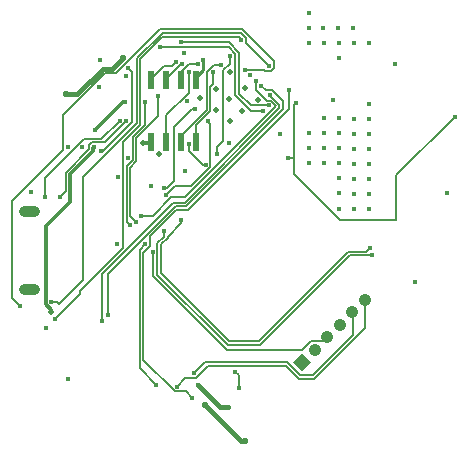
<source format=gbr>
G04 EAGLE Gerber RS-274X export*
G75*
%MOMM*%
%FSLAX34Y34*%
%LPD*%
%INBottom Copper*%
%IPPOS*%
%AMOC8*
5,1,8,0,0,1.08239X$1,22.5*%
G01*
%ADD10R,0.600000X1.600000*%
%ADD11C,0.900000*%
%ADD12R,1.050000X1.050000*%
%ADD13C,1.050000*%
%ADD14C,0.403200*%
%ADD15C,0.503200*%
%ADD16C,0.304800*%
%ADD17C,0.152400*%
%ADD18C,0.553200*%
%ADD19C,0.406400*%
%ADD20C,0.254000*%
%ADD21C,0.453200*%


D10*
X165354Y72425D03*
X152654Y72425D03*
X139954Y72425D03*
X127254Y72425D03*
X127254Y124425D03*
X139954Y124425D03*
X152654Y124425D03*
X165354Y124425D03*
D11*
X28313Y13950D02*
X19313Y13950D01*
X19313Y-52050D02*
X28313Y-52050D01*
D12*
G36*
X255129Y-107063D02*
X262553Y-114487D01*
X255129Y-121911D01*
X247705Y-114487D01*
X255129Y-107063D01*
G37*
D13*
X265735Y-103880D03*
X276342Y-93273D03*
X286948Y-82667D03*
X308162Y-61454D03*
X297555Y-72060D03*
D14*
X106299Y128270D03*
D15*
X193675Y130937D03*
X218059Y107696D03*
X193675Y89662D03*
X169037Y109093D03*
X181864Y116840D03*
X206502Y117602D03*
X204470Y98044D03*
X181864Y99187D03*
X193548Y108331D03*
X133604Y61976D03*
D14*
X99060Y42037D03*
X56642Y67564D03*
X286004Y15748D03*
X298704Y15748D03*
X260604Y156210D03*
X311404Y104648D03*
X286004Y156210D03*
X286004Y92710D03*
X286004Y80010D03*
X311404Y79248D03*
X286004Y67310D03*
X286004Y143510D03*
X286004Y41910D03*
X286004Y54610D03*
X260604Y168910D03*
X260604Y181610D03*
X25400Y29464D03*
X311404Y15748D03*
X311404Y41148D03*
X311404Y53848D03*
X311404Y66548D03*
X311404Y91948D03*
X285750Y168910D03*
X311404Y156210D03*
X260604Y54610D03*
X260604Y67310D03*
X311404Y28448D03*
X286004Y29210D03*
X273304Y156210D03*
X273050Y168910D03*
X298704Y156210D03*
X298450Y168910D03*
X298704Y79248D03*
X298704Y41148D03*
X298704Y53848D03*
X298704Y66548D03*
X298704Y91948D03*
X298704Y28448D03*
X273304Y92710D03*
X273304Y80010D03*
X273304Y67310D03*
X273304Y54610D03*
X236347Y79121D03*
X260604Y80010D03*
X83312Y118491D03*
X154940Y147320D03*
D16*
X127254Y72425D02*
X125949Y71120D01*
X120142Y71120D01*
D15*
X120142Y71120D03*
D14*
X280988Y107950D03*
X333375Y138113D03*
X155575Y47625D03*
X98425Y-14288D03*
X57150Y-128588D03*
X157988Y106934D03*
X193383Y71021D03*
X211328Y128524D03*
X83566Y141224D03*
X38100Y-85725D03*
X127000Y34925D03*
X350838Y-46038D03*
X377825Y28575D03*
X249619Y104712D03*
D17*
X248031Y103124D01*
X248031Y58738D01*
X248031Y45219D01*
D14*
X384175Y93663D03*
D17*
X334963Y44450D01*
X334963Y6350D01*
D14*
X242888Y58738D03*
D17*
X248031Y58738D01*
X248031Y45219D02*
X286900Y6350D01*
X334963Y6350D01*
D14*
X183198Y61595D03*
X193792Y144663D03*
D17*
X193792Y138059D01*
X188458Y132725D01*
X188458Y73083D01*
X183198Y67823D01*
X183198Y61595D01*
D14*
X49721Y25543D03*
X106385Y90266D03*
D17*
X77118Y71799D02*
X74747Y69428D01*
X74747Y66074D01*
X87918Y71799D02*
X106385Y90266D01*
X87918Y71799D02*
X77118Y71799D01*
X74747Y66074D02*
X54848Y46175D01*
X54848Y30671D02*
X49721Y25543D01*
X54848Y30671D02*
X54848Y46175D01*
D14*
X159058Y70745D03*
D17*
X159058Y64796D01*
D14*
X173482Y52959D03*
D17*
X170895Y52959D02*
X159058Y64796D01*
X170895Y52959D02*
X173482Y52959D01*
D14*
X152273Y156591D03*
D17*
X211836Y102997D02*
X226822Y102997D01*
X211836Y102997D02*
X201803Y113030D01*
D14*
X226822Y102997D03*
D17*
X201803Y113030D02*
X201803Y147823D01*
X193035Y156591D01*
X152273Y156591D01*
D14*
X227013Y136525D03*
D17*
X115396Y143106D02*
X115396Y87882D01*
X202956Y164719D02*
X207248Y160427D01*
X202956Y164719D02*
X137009Y164719D01*
X115396Y143106D01*
X115396Y87882D02*
X69850Y42336D01*
X207248Y156290D02*
X227013Y136525D01*
X207248Y156290D02*
X207248Y160427D01*
X69850Y-44532D02*
X49253Y-65128D01*
X69850Y-44532D02*
X69850Y42336D01*
X47625Y-63500D02*
X49253Y-65128D01*
X47625Y-63500D02*
X42863Y-63500D01*
D14*
X42863Y-63500D03*
X46038Y-77788D03*
D17*
X67056Y-56769D01*
X67056Y-54405D01*
X103830Y72365D02*
X118190Y86724D01*
X103830Y-17631D02*
X67056Y-54405D01*
X103830Y-17631D02*
X103830Y72365D01*
X118190Y86724D02*
X118190Y141948D01*
X136880Y160639D01*
X201311Y160639D01*
X203200Y158750D01*
D14*
X203200Y158750D03*
X206375Y133350D03*
D17*
X228689Y132477D02*
X231061Y134848D01*
X228689Y132477D02*
X223748Y132477D01*
X231061Y134848D02*
X231061Y140566D01*
X204113Y167513D01*
X206375Y133350D02*
X222875Y133350D01*
X223748Y132477D01*
X15875Y-66675D02*
X9525Y-60325D01*
D14*
X15875Y-66675D03*
D17*
X87985Y130096D02*
X97193Y130096D01*
X134611Y167513D02*
X204113Y167513D01*
X134611Y167513D02*
X97193Y130096D01*
X9525Y22225D02*
X9525Y-60325D01*
X9525Y22225D02*
X52594Y65294D01*
X52594Y94704D01*
X87985Y130096D01*
D14*
X186218Y136902D03*
D17*
X180122Y136902D01*
X174347Y131127D01*
X174347Y99223D01*
X152654Y77530D01*
X152654Y72425D01*
D14*
X153416Y137922D03*
D17*
X139954Y125730D02*
X139954Y124425D01*
X139954Y125730D02*
X152146Y137922D01*
X153416Y137922D01*
D14*
X78795Y67751D03*
D15*
X42863Y-71438D03*
D18*
X173038Y-150813D03*
D19*
X203200Y-180975D01*
X206375Y-180975D01*
D18*
X206375Y-180975D03*
D14*
X104775Y106363D03*
D16*
X103188Y106363D01*
X79375Y82550D01*
D14*
X79375Y82550D03*
D16*
X78303Y67259D02*
X78303Y64601D01*
X78303Y67259D02*
X78795Y67751D01*
X78303Y64601D02*
X58404Y44702D01*
X58404Y21074D01*
X42863Y-70302D02*
X42863Y-71438D01*
X42863Y-70302D02*
X38053Y-65492D01*
X38053Y723D01*
X58404Y21074D01*
D14*
X84582Y64516D03*
X108014Y134366D03*
D17*
X110941Y88843D02*
X86614Y64516D01*
X84582Y64516D01*
D14*
X222311Y98740D03*
X134366Y152400D03*
D17*
X198628Y146793D02*
X198628Y111746D01*
X211634Y98740D02*
X222311Y98740D01*
X211634Y98740D02*
X198628Y111746D01*
X110941Y131438D02*
X108014Y134366D01*
X110941Y131438D02*
X110941Y88843D01*
X193021Y152400D02*
X198628Y146793D01*
X193021Y152400D02*
X134366Y152400D01*
D14*
X37021Y25400D03*
X100584Y90250D03*
D17*
X84927Y74593D01*
X70138Y74593D01*
X37021Y41475D01*
X37021Y25400D01*
D14*
X68834Y67564D03*
X107878Y58492D03*
D18*
X103188Y142875D03*
D19*
X94472Y134160D01*
X86302Y134160D01*
X64855Y112713D02*
X55563Y112713D01*
X64855Y112713D02*
X86302Y134160D01*
D18*
X55563Y112713D03*
D14*
X180047Y131103D03*
D17*
X165354Y86278D02*
X165354Y72425D01*
X180047Y121455D02*
X180047Y131103D01*
X180047Y121455D02*
X177316Y118724D01*
X177316Y98240D01*
X165354Y86278D01*
D14*
X159004Y131445D03*
D17*
X159010Y131439D01*
X159010Y117475D02*
X159010Y113935D01*
X159010Y117475D02*
X159010Y131439D01*
X139954Y94879D02*
X139954Y72425D01*
X139954Y94879D02*
X159010Y113935D01*
D14*
X166648Y137946D03*
D17*
X159355Y137946D01*
X152654Y131245D01*
X152654Y124425D01*
D14*
X148526Y140208D03*
D17*
X144696Y136378D01*
X138033Y136378D01*
X127254Y125599D02*
X127254Y124425D01*
X127254Y125599D02*
X138033Y136378D01*
D20*
X165354Y127000D02*
X165354Y124425D01*
D14*
X171420Y141434D03*
D20*
X171420Y133066D01*
X165354Y127000D01*
D14*
X198438Y-122238D03*
D17*
X201613Y-125413D01*
X201613Y-136525D01*
D14*
X201613Y-136525D03*
D21*
X192088Y-152400D03*
D19*
X185738Y-152400D01*
X166688Y-133350D01*
D21*
X166688Y-133350D03*
D14*
X244094Y115888D03*
D17*
X244094Y100174D01*
D14*
X161925Y-144463D03*
D17*
X158207Y14288D02*
X244094Y100174D01*
X158207Y14288D02*
X148414Y14288D01*
X126286Y-7841D02*
X126286Y-15964D01*
X120650Y-21600D01*
X126286Y-7841D02*
X148414Y14288D01*
X156448Y-138986D02*
X161925Y-144463D01*
X156448Y-138986D02*
X147548Y-138986D01*
X120650Y-112087D02*
X120650Y-21600D01*
X120650Y-112087D02*
X147548Y-138986D01*
D14*
X149225Y-134938D03*
D17*
X165189Y-127873D02*
X175587Y-117475D01*
X156290Y-127873D02*
X149225Y-134938D01*
X156290Y-127873D02*
X165189Y-127873D01*
X175587Y-117475D02*
X241300Y-117475D01*
X252413Y-128588D01*
X265113Y-128588D01*
X308162Y-85538D01*
X308162Y-61454D01*
X308162Y-61454D01*
D14*
X163513Y-123825D03*
D17*
X173038Y-114300D01*
X264336Y-125413D02*
X298062Y-91687D01*
X242076Y-114300D02*
X173038Y-114300D01*
X242076Y-114300D02*
X253189Y-125413D01*
X264336Y-125413D01*
X298062Y-91687D02*
X298062Y-72567D01*
X297555Y-72060D01*
D14*
X122238Y106363D03*
D17*
X122238Y86821D01*
D14*
X109538Y1588D03*
X122238Y-14288D03*
D17*
X117475Y-19050D01*
X117475Y-119063D01*
X131763Y-133350D01*
D14*
X131763Y-133350D03*
D17*
X106624Y51514D02*
X111926Y56816D01*
X111926Y76509D01*
X106624Y4501D02*
X109538Y1588D01*
X111926Y76509D02*
X122238Y86821D01*
X106624Y51514D02*
X106624Y4501D01*
D14*
X228290Y111689D03*
D17*
X228290Y111205D01*
X235788Y103708D01*
X235788Y100850D01*
X155575Y20638D01*
X146050Y20638D01*
X85725Y-39688D01*
X85725Y-79375D01*
D14*
X85725Y-79375D03*
X220348Y119504D03*
D17*
X238582Y99693D02*
X156732Y17844D01*
X148019Y17844D01*
X224115Y115737D02*
X220348Y119504D01*
X224115Y115737D02*
X229967Y115737D01*
X238582Y107122D01*
X238582Y99693D01*
X148019Y17844D02*
X90488Y-39688D01*
X90488Y-74613D01*
D14*
X90488Y-74613D03*
X164836Y100320D03*
D17*
X146558Y84940D02*
X146558Y39307D01*
X161939Y100320D02*
X164836Y100320D01*
X161939Y100320D02*
X146558Y84940D01*
X146558Y39307D02*
X140589Y33338D01*
X138113Y33338D01*
D14*
X138113Y33338D03*
X152400Y6350D03*
D17*
X152400Y3104D01*
X141249Y-8896D02*
X135824Y-14320D01*
X141249Y-8047D02*
X152400Y3104D01*
X141249Y-8047D02*
X141249Y-8896D01*
X135824Y-14320D02*
X135824Y-38987D01*
X193106Y-96268D02*
X218868Y-96268D01*
X294118Y-21019D01*
X193106Y-96268D02*
X135824Y-38987D01*
X294118Y-21019D02*
X309182Y-21019D01*
X312738Y-17463D01*
D14*
X312738Y-17463D03*
X175006Y90170D03*
D17*
X161417Y34925D02*
X147638Y34925D01*
X161417Y34925D02*
X177530Y51038D01*
X177530Y87646D02*
X175006Y90170D01*
X177530Y87646D02*
X177530Y51038D01*
X147638Y34925D02*
X139700Y26988D01*
D14*
X139700Y26988D03*
X138113Y-3175D03*
D17*
X138113Y-7938D01*
X192088Y-100013D02*
X219075Y-100013D01*
X295275Y-23813D02*
X314325Y-23813D01*
X138113Y-7938D02*
X132636Y-13415D01*
X219075Y-100013D02*
X295275Y-23813D01*
D14*
X314325Y-23813D03*
D17*
X192088Y-100013D02*
X132636Y-40561D01*
X132636Y-13415D01*
D14*
X216027Y123698D03*
D17*
X216027Y116160D01*
X228499Y107045D02*
X232994Y102550D01*
X228499Y107045D02*
X225142Y107045D01*
X155859Y25416D02*
X144479Y25416D01*
X155859Y25416D02*
X232994Y102550D01*
X225142Y107045D02*
X216027Y116160D01*
X144479Y25416D02*
X128588Y9525D01*
X119063Y9525D01*
D14*
X119063Y9525D03*
X133350Y111125D03*
D17*
X133350Y93982D01*
D14*
X114300Y4763D03*
X128588Y-20638D03*
D17*
X114720Y55658D02*
X114720Y75352D01*
X114720Y55658D02*
X109538Y50476D01*
X109538Y9525D02*
X114300Y4763D01*
X114720Y75352D02*
X133350Y93982D01*
X109538Y50476D02*
X109538Y9525D01*
X191368Y-103907D02*
X191667Y-104206D01*
X191368Y-103907D02*
X128588Y-41126D01*
X128588Y-20638D01*
X262719Y-96598D02*
X273017Y-96598D01*
X262719Y-96598D02*
X255111Y-104206D01*
X276342Y-93273D02*
X276342Y-93273D01*
X273017Y-96598D01*
X254812Y-103907D02*
X191368Y-103907D01*
X254812Y-103907D02*
X255111Y-104206D01*
M02*

</source>
